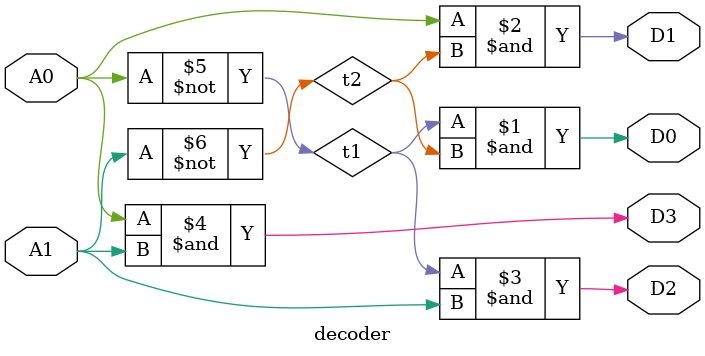
<source format=v>
module decoder(A0,A1,D0,D1,D2,D3);
input A0;
input A1;
output D0,D1,D2,D3;
wire t1,t2;
not G1(t1,A0);
not G2(t2,A1);
and G3(D0,t1,t2);
and G4(D1,A0,t2);
and G5(D2,t1,A1);
and G6(D3,A0,A1);
endmodule

</source>
